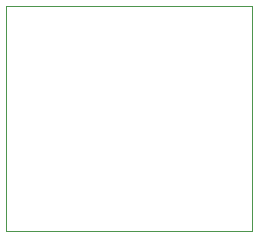
<source format=gbr>
G04 #@! TF.GenerationSoftware,KiCad,Pcbnew,(5.1.5)-3*
G04 #@! TF.CreationDate,2020-12-21T13:14:33+01:00*
G04 #@! TF.ProjectId,epimetheus_mpl3115a2,6570696d-6574-4686-9575-735f6d706c33,rev?*
G04 #@! TF.SameCoordinates,Original*
G04 #@! TF.FileFunction,Profile,NP*
%FSLAX46Y46*%
G04 Gerber Fmt 4.6, Leading zero omitted, Abs format (unit mm)*
G04 Created by KiCad (PCBNEW (5.1.5)-3) date 2020-12-21 13:14:33*
%MOMM*%
%LPD*%
G04 APERTURE LIST*
%ADD10C,0.050000*%
G04 APERTURE END LIST*
D10*
X182626000Y-40640000D02*
X182626000Y-21590000D01*
X161798000Y-40640000D02*
X182626000Y-40640000D01*
X161798000Y-21590000D02*
X161798000Y-40640000D01*
X182626000Y-21590000D02*
X161798000Y-21590000D01*
M02*

</source>
